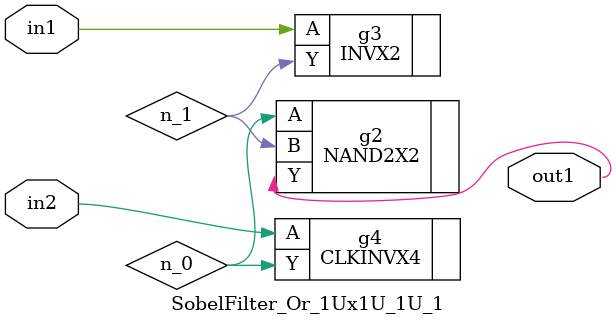
<source format=v>
`timescale 1ps / 1ps


module SobelFilter_Or_1Ux1U_1U_1(in2, in1, out1);
  input in2, in1;
  output out1;
  wire in2, in1;
  wire out1;
  wire n_0, n_1;
  NAND2X2 g2(.A (n_0), .B (n_1), .Y (out1));
  INVX2 g3(.A (in1), .Y (n_1));
  CLKINVX4 g4(.A (in2), .Y (n_0));
endmodule



</source>
